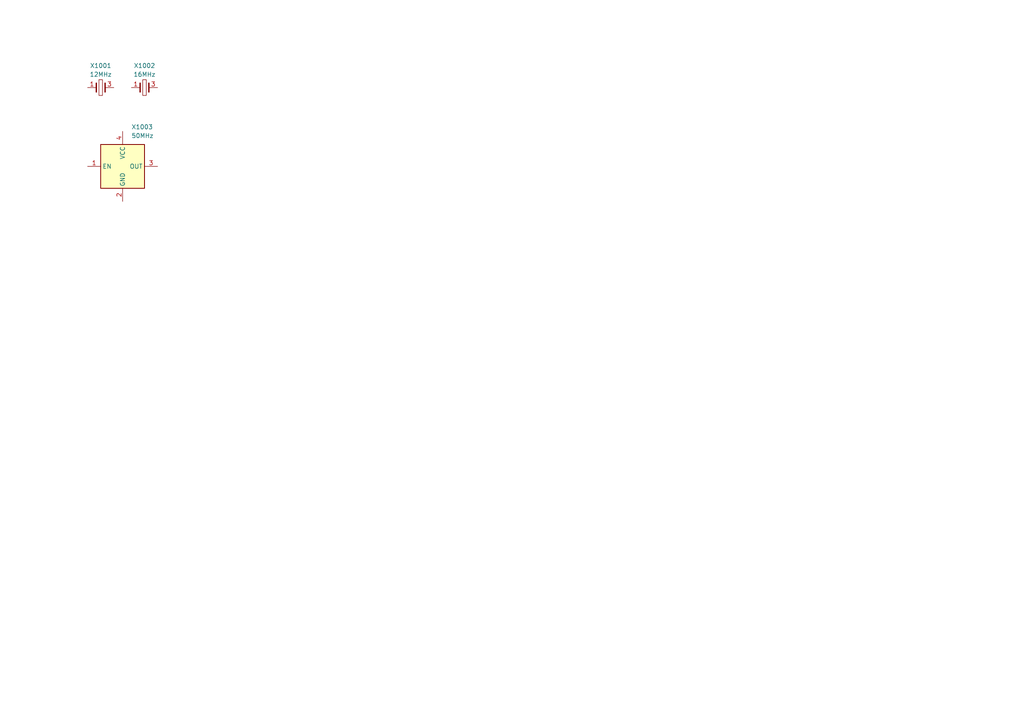
<source format=kicad_sch>
(kicad_sch
	(version 20250114)
	(generator "eeschema")
	(generator_version "9.0")
	(uuid "e63e39d7-6ac0-4ffd-8aa3-1841a4541b55")
	(paper "A4")
	(title_block
		(title "Project name")
		(date "2025-05-26")
		(rev "1")
		(comment 1 "PCA number")
		(comment 2 "PCB number")
	)
	(lib_symbols
		(symbol "lily_symbols:crystal_12MHz_20ppm_8pF_3225"
			(exclude_from_sim no)
			(in_bom yes)
			(on_board yes)
			(property "Reference" "X"
				(at 3.81 6.35 0)
				(effects
					(font
						(size 1.27 1.27)
					)
				)
			)
			(property "Value" "12MHz"
				(at 3.81 3.81 0)
				(effects
					(font
						(size 1.27 1.27)
					)
				)
			)
			(property "Footprint" "lily_footprints:crystal_3225"
				(at 3.81 -10.16 0)
				(effects
					(font
						(size 1.27 1.27)
					)
					(hide yes)
				)
			)
			(property "Datasheet" "https://lilytronics.github.io/lily_kicad_lib/datasheets/seiko_epson/FA-238.pdf"
				(at 3.81 -22.86 0)
				(effects
					(font
						(size 1.27 1.27)
					)
					(hide yes)
				)
			)
			(property "Description" ""
				(at 0 0 0)
				(effects
					(font
						(size 1.27 1.27)
					)
					(hide yes)
				)
			)
			(property "Revision" "1"
				(at 3.81 -5.08 0)
				(effects
					(font
						(size 1.27 1.27)
					)
					(hide yes)
				)
			)
			(property "Status" "Active"
				(at 3.81 -7.62 0)
				(effects
					(font
						(size 1.27 1.27)
					)
					(hide yes)
				)
			)
			(property "Manufacturer" "Seiko Epson"
				(at 3.81 -12.7 0)
				(effects
					(font
						(size 1.27 1.27)
					)
					(hide yes)
				)
			)
			(property "Manufacturer_ID" "Q22FA23V00285"
				(at 3.81 -15.24 0)
				(effects
					(font
						(size 1.27 1.27)
					)
					(hide yes)
				)
			)
			(property "Lily_ID" "NO_ID"
				(at 3.175 -17.78 0)
				(effects
					(font
						(size 1.27 1.27)
					)
					(hide yes)
				)
			)
			(property "JLCPCB_ID" "C255902"
				(at 3.81 -20.32 0)
				(effects
					(font
						(size 1.27 1.27)
					)
					(hide yes)
				)
			)
			(symbol "crystal_12MHz_20ppm_8pF_3225_0_1"
				(polyline
					(pts
						(xy 2.54 1.27) (xy 2.54 -1.27)
					)
					(stroke
						(width 0.381)
						(type default)
					)
					(fill
						(type none)
					)
				)
				(rectangle
					(start 3.302 2.286)
					(end 4.318 -2.286)
					(stroke
						(width 0)
						(type default)
					)
					(fill
						(type none)
					)
				)
				(polyline
					(pts
						(xy 5.08 1.27) (xy 5.08 -1.27)
					)
					(stroke
						(width 0.381)
						(type default)
					)
					(fill
						(type none)
					)
				)
			)
			(symbol "crystal_12MHz_20ppm_8pF_3225_1_1"
				(pin passive line
					(at 0 0 0)
					(length 2.54)
					(name ""
						(effects
							(font
								(size 1.27 1.27)
							)
						)
					)
					(number "1"
						(effects
							(font
								(size 1.27 1.27)
							)
						)
					)
				)
				(pin no_connect line
					(at 0 -2.54 0)
					(length 2.54)
					(hide yes)
					(name ""
						(effects
							(font
								(size 1.27 1.27)
							)
						)
					)
					(number "2"
						(effects
							(font
								(size 1.27 1.27)
							)
						)
					)
				)
				(pin passive line
					(at 7.62 0 180)
					(length 2.54)
					(name ""
						(effects
							(font
								(size 1.27 1.27)
							)
						)
					)
					(number "3"
						(effects
							(font
								(size 1.27 1.27)
							)
						)
					)
				)
				(pin no_connect line
					(at 7.62 -2.54 180)
					(length 2.54)
					(hide yes)
					(name ""
						(effects
							(font
								(size 1.27 1.27)
							)
						)
					)
					(number "4"
						(effects
							(font
								(size 1.27 1.27)
							)
						)
					)
				)
			)
			(embedded_fonts no)
		)
		(symbol "lily_symbols:crystal_16MHz_12pF_10ppm_20ppm_3225"
			(exclude_from_sim no)
			(in_bom yes)
			(on_board yes)
			(property "Reference" "X"
				(at 3.81 6.35 0)
				(effects
					(font
						(size 1.27 1.27)
					)
				)
			)
			(property "Value" "16MHz"
				(at 3.81 3.81 0)
				(effects
					(font
						(size 1.27 1.27)
					)
				)
			)
			(property "Footprint" "lily_footprints:crystal_3225"
				(at 3.81 -10.16 0)
				(effects
					(font
						(size 1.27 1.27)
					)
					(hide yes)
				)
			)
			(property "Datasheet" "https://lilytronics.github.io/lily_kicad_lib/datasheets/seiko_epson/TSX-3225_X1E0000210119.pdf"
				(at 3.81 -22.86 0)
				(effects
					(font
						(size 1.27 1.27)
					)
					(hide yes)
				)
			)
			(property "Description" ""
				(at 0 0 0)
				(effects
					(font
						(size 1.27 1.27)
					)
					(hide yes)
				)
			)
			(property "Revision" "1"
				(at 3.81 -5.08 0)
				(effects
					(font
						(size 1.27 1.27)
					)
					(hide yes)
				)
			)
			(property "Status" "Active"
				(at 3.81 -7.62 0)
				(effects
					(font
						(size 1.27 1.27)
					)
					(hide yes)
				)
			)
			(property "Manufacturer" "Seiko Epson"
				(at 3.81 -12.7 0)
				(effects
					(font
						(size 1.27 1.27)
					)
					(hide yes)
				)
			)
			(property "Manufacturer_ID" "X1E0000210119"
				(at 3.81 -15.24 0)
				(effects
					(font
						(size 1.27 1.27)
					)
					(hide yes)
				)
			)
			(property "Lily_ID" "NO_ID"
				(at 3.81 -17.78 0)
				(effects
					(font
						(size 1.27 1.27)
					)
					(hide yes)
				)
			)
			(property "JLCPCB_ID" "C89371"
				(at 3.81 -20.32 0)
				(effects
					(font
						(size 1.27 1.27)
					)
					(hide yes)
				)
			)
			(symbol "crystal_16MHz_12pF_10ppm_20ppm_3225_0_1"
				(polyline
					(pts
						(xy 2.54 1.27) (xy 2.54 -1.27)
					)
					(stroke
						(width 0.381)
						(type default)
					)
					(fill
						(type none)
					)
				)
				(rectangle
					(start 3.302 2.286)
					(end 4.318 -2.286)
					(stroke
						(width 0)
						(type default)
					)
					(fill
						(type none)
					)
				)
				(polyline
					(pts
						(xy 5.08 1.27) (xy 5.08 -1.27)
					)
					(stroke
						(width 0.381)
						(type default)
					)
					(fill
						(type none)
					)
				)
			)
			(symbol "crystal_16MHz_12pF_10ppm_20ppm_3225_1_1"
				(pin passive line
					(at 0 0 0)
					(length 2.54)
					(name ""
						(effects
							(font
								(size 1.27 1.27)
							)
						)
					)
					(number "1"
						(effects
							(font
								(size 1.27 1.27)
							)
						)
					)
				)
				(pin no_connect line
					(at 0 -2.54 0)
					(length 2.54)
					(hide yes)
					(name ""
						(effects
							(font
								(size 1.27 1.27)
							)
						)
					)
					(number "2"
						(effects
							(font
								(size 1.27 1.27)
							)
						)
					)
				)
				(pin passive line
					(at 7.62 0 180)
					(length 2.54)
					(name ""
						(effects
							(font
								(size 1.27 1.27)
							)
						)
					)
					(number "3"
						(effects
							(font
								(size 1.27 1.27)
							)
						)
					)
				)
				(pin no_connect line
					(at 7.62 -2.54 180)
					(length 2.54)
					(hide yes)
					(name ""
						(effects
							(font
								(size 1.27 1.27)
							)
						)
					)
					(number "4"
						(effects
							(font
								(size 1.27 1.27)
							)
						)
					)
				)
			)
			(embedded_fonts no)
		)
		(symbol "lily_symbols:crystal_osc_50MHz_20ppm_3225"
			(exclude_from_sim no)
			(in_bom yes)
			(on_board yes)
			(property "Reference" "X"
				(at 12.7 11.43 0)
				(effects
					(font
						(size 1.27 1.27)
					)
					(justify left)
				)
			)
			(property "Value" "50MHz"
				(at 12.7 8.89 0)
				(effects
					(font
						(size 1.27 1.27)
					)
					(justify left)
				)
			)
			(property "Footprint" "lily_footprints:crystal_3225"
				(at 10.16 -27.94 0)
				(effects
					(font
						(size 1.27 1.27)
					)
					(hide yes)
				)
			)
			(property "Datasheet" "https://lilytronics.github.io/lily_kicad_lib/datasheets/seiko_epson/SG3225CAN_X1G0059610010.pdf"
				(at 10.16 -40.64 0)
				(effects
					(font
						(size 1.27 1.27)
					)
					(hide yes)
				)
			)
			(property "Description" ""
				(at 0 0 0)
				(effects
					(font
						(size 1.27 1.27)
					)
					(hide yes)
				)
			)
			(property "Revision" "1"
				(at 10.16 -22.86 0)
				(effects
					(font
						(size 1.27 1.27)
					)
					(hide yes)
				)
			)
			(property "Status" "Active"
				(at 10.16 -25.4 0)
				(effects
					(font
						(size 1.27 1.27)
					)
					(hide yes)
				)
			)
			(property "Manufacturer" "Seiko Epson"
				(at 10.16 -30.48 0)
				(effects
					(font
						(size 1.27 1.27)
					)
					(hide yes)
				)
			)
			(property "Manufacturer_ID" "X1G0059610010"
				(at 10.16 -33.02 0)
				(effects
					(font
						(size 1.27 1.27)
					)
					(hide yes)
				)
			)
			(property "Lily_ID" "NO_ID"
				(at 10.16 -35.56 0)
				(effects
					(font
						(size 1.27 1.27)
					)
					(hide yes)
				)
			)
			(property "JLCPCB_ID" "C7472818"
				(at 10.16 -38.1 0)
				(effects
					(font
						(size 1.27 1.27)
					)
					(hide yes)
				)
			)
			(symbol "crystal_osc_50MHz_20ppm_3225_0_1"
				(rectangle
					(start 3.81 6.35)
					(end 16.51 -6.35)
					(stroke
						(width 0.254)
						(type default)
					)
					(fill
						(type background)
					)
				)
			)
			(symbol "crystal_osc_50MHz_20ppm_3225_1_1"
				(pin input line
					(at 0 0 0)
					(length 3.81)
					(name "EN"
						(effects
							(font
								(size 1.27 1.27)
							)
						)
					)
					(number "1"
						(effects
							(font
								(size 1.27 1.27)
							)
						)
					)
				)
				(pin power_in line
					(at 10.16 10.16 270)
					(length 3.81)
					(name "VCC"
						(effects
							(font
								(size 1.27 1.27)
							)
						)
					)
					(number "4"
						(effects
							(font
								(size 1.27 1.27)
							)
						)
					)
				)
				(pin power_in line
					(at 10.16 -10.16 90)
					(length 3.81)
					(name "GND"
						(effects
							(font
								(size 1.27 1.27)
							)
						)
					)
					(number "2"
						(effects
							(font
								(size 1.27 1.27)
							)
						)
					)
				)
				(pin output line
					(at 20.32 0 180)
					(length 3.81)
					(name "OUT"
						(effects
							(font
								(size 1.27 1.27)
							)
						)
					)
					(number "3"
						(effects
							(font
								(size 1.27 1.27)
							)
						)
					)
				)
			)
			(embedded_fonts no)
		)
	)
	(symbol
		(lib_id "lily_symbols:crystal_osc_50MHz_20ppm_3225")
		(at 25.4 48.26 0)
		(unit 1)
		(exclude_from_sim no)
		(in_bom yes)
		(on_board yes)
		(dnp no)
		(uuid "2c4002eb-162e-4c66-b0ac-4975685255ea")
		(property "Reference" "X1003"
			(at 38.1 36.83 0)
			(effects
				(font
					(size 1.27 1.27)
				)
				(justify left)
			)
		)
		(property "Value" "50MHz"
			(at 38.1 39.37 0)
			(effects
				(font
					(size 1.27 1.27)
				)
				(justify left)
			)
		)
		(property "Footprint" "lily_footprints:crystal_3225"
			(at 35.56 76.2 0)
			(effects
				(font
					(size 1.27 1.27)
				)
				(hide yes)
			)
		)
		(property "Datasheet" "https://lilytronics.github.io/lily_kicad_lib/datasheets/seiko_epson/SG3225CAN_X1G0059610010.pdf"
			(at 35.56 88.9 0)
			(effects
				(font
					(size 1.27 1.27)
				)
				(hide yes)
			)
		)
		(property "Description" ""
			(at 25.4 48.26 0)
			(effects
				(font
					(size 1.27 1.27)
				)
				(hide yes)
			)
		)
		(property "Revision" "1"
			(at 35.56 71.12 0)
			(effects
				(font
					(size 1.27 1.27)
				)
				(hide yes)
			)
		)
		(property "Status" "Active"
			(at 35.56 73.66 0)
			(effects
				(font
					(size 1.27 1.27)
				)
				(hide yes)
			)
		)
		(property "Manufacturer" "Seiko Epson"
			(at 35.56 78.74 0)
			(effects
				(font
					(size 1.27 1.27)
				)
				(hide yes)
			)
		)
		(property "Manufacturer_ID" "X1G0059610010"
			(at 35.56 81.28 0)
			(effects
				(font
					(size 1.27 1.27)
				)
				(hide yes)
			)
		)
		(property "Lily_ID" "NO_ID"
			(at 35.56 83.82 0)
			(effects
				(font
					(size 1.27 1.27)
				)
				(hide yes)
			)
		)
		(property "JLCPCB_ID" "C7472818"
			(at 35.56 86.36 0)
			(effects
				(font
					(size 1.27 1.27)
				)
				(hide yes)
			)
		)
		(pin "4"
			(uuid "bddc842d-6a25-4109-9c18-741d1d8f6dbe")
		)
		(pin "1"
			(uuid "e20e1dc5-a199-4e20-924e-5f843e482f23")
		)
		(pin "2"
			(uuid "11207446-b5b6-4c1c-b4cd-8390fd628a4a")
		)
		(pin "3"
			(uuid "0eb8a567-0cd0-4cba-a6c5-d09accde62e3")
		)
		(instances
			(project ""
				(path "/e63e39d7-6ac0-4ffd-8aa3-1841a4541b55"
					(reference "X1003")
					(unit 1)
				)
			)
		)
	)
	(symbol
		(lib_id "lily_symbols:crystal_12MHz_20ppm_8pF_3225")
		(at 25.4 25.4 0)
		(unit 1)
		(exclude_from_sim no)
		(in_bom yes)
		(on_board yes)
		(dnp no)
		(uuid "b1677745-fecf-41cd-9f44-d3c40c734ffc")
		(property "Reference" "X1001"
			(at 29.21 19.05 0)
			(effects
				(font
					(size 1.27 1.27)
				)
			)
		)
		(property "Value" "12MHz"
			(at 29.21 21.59 0)
			(effects
				(font
					(size 1.27 1.27)
				)
			)
		)
		(property "Footprint" "lily_footprints:crystal_3225"
			(at 29.21 35.56 0)
			(effects
				(font
					(size 1.27 1.27)
				)
				(hide yes)
			)
		)
		(property "Datasheet" "https://lilytronics.github.io/lily_kicad_lib/datasheets/seiko_epson/FA-238.pdf"
			(at 29.21 48.26 0)
			(effects
				(font
					(size 1.27 1.27)
				)
				(hide yes)
			)
		)
		(property "Description" ""
			(at 25.4 25.4 0)
			(effects
				(font
					(size 1.27 1.27)
				)
				(hide yes)
			)
		)
		(property "Revision" "1"
			(at 29.21 30.48 0)
			(effects
				(font
					(size 1.27 1.27)
				)
				(hide yes)
			)
		)
		(property "Status" "Active"
			(at 29.21 33.02 0)
			(effects
				(font
					(size 1.27 1.27)
				)
				(hide yes)
			)
		)
		(property "Manufacturer" "Seiko Epson"
			(at 29.21 38.1 0)
			(effects
				(font
					(size 1.27 1.27)
				)
				(hide yes)
			)
		)
		(property "Manufacturer_ID" "Q22FA23V00285"
			(at 29.21 40.64 0)
			(effects
				(font
					(size 1.27 1.27)
				)
				(hide yes)
			)
		)
		(property "Lily_ID" "NO_ID"
			(at 28.575 43.18 0)
			(effects
				(font
					(size 1.27 1.27)
				)
				(hide yes)
			)
		)
		(property "JLCPCB_ID" "C255902"
			(at 29.21 45.72 0)
			(effects
				(font
					(size 1.27 1.27)
				)
				(hide yes)
			)
		)
		(pin "3"
			(uuid "3ca58774-4f1d-43d2-ae3e-292920878e04")
		)
		(pin "1"
			(uuid "8f6673ea-6b00-4bf0-8daf-c95fe3028613")
		)
		(pin "4"
			(uuid "7a06f942-e80e-441b-951f-5cda7535f569")
		)
		(pin "2"
			(uuid "e367689c-7fec-40bb-8191-56f039e43343")
		)
		(instances
			(project ""
				(path "/e63e39d7-6ac0-4ffd-8aa3-1841a4541b55"
					(reference "X1001")
					(unit 1)
				)
			)
		)
	)
	(symbol
		(lib_id "lily_symbols:crystal_16MHz_12pF_10ppm_20ppm_3225")
		(at 38.1 25.4 0)
		(unit 1)
		(exclude_from_sim no)
		(in_bom yes)
		(on_board yes)
		(dnp no)
		(uuid "dea403fc-dd90-4e99-8ebe-b6b696e89e83")
		(property "Reference" "X1002"
			(at 41.91 19.05 0)
			(effects
				(font
					(size 1.27 1.27)
				)
			)
		)
		(property "Value" "16MHz"
			(at 41.91 21.59 0)
			(effects
				(font
					(size 1.27 1.27)
				)
			)
		)
		(property "Footprint" "lily_footprints:crystal_3225"
			(at 41.91 35.56 0)
			(effects
				(font
					(size 1.27 1.27)
				)
				(hide yes)
			)
		)
		(property "Datasheet" "https://lilytronics.github.io/lily_kicad_lib/datasheets/seiko_epson/TSX-3225_X1E0000210119.pdf"
			(at 41.91 48.26 0)
			(effects
				(font
					(size 1.27 1.27)
				)
				(hide yes)
			)
		)
		(property "Description" ""
			(at 38.1 25.4 0)
			(effects
				(font
					(size 1.27 1.27)
				)
				(hide yes)
			)
		)
		(property "Revision" "1"
			(at 41.91 30.48 0)
			(effects
				(font
					(size 1.27 1.27)
				)
				(hide yes)
			)
		)
		(property "Status" "Active"
			(at 41.91 33.02 0)
			(effects
				(font
					(size 1.27 1.27)
				)
				(hide yes)
			)
		)
		(property "Manufacturer" "Seiko Epson"
			(at 41.91 38.1 0)
			(effects
				(font
					(size 1.27 1.27)
				)
				(hide yes)
			)
		)
		(property "Manufacturer_ID" "X1E0000210119"
			(at 41.91 40.64 0)
			(effects
				(font
					(size 1.27 1.27)
				)
				(hide yes)
			)
		)
		(property "Lily_ID" "NO_ID"
			(at 41.91 43.18 0)
			(effects
				(font
					(size 1.27 1.27)
				)
				(hide yes)
			)
		)
		(property "JLCPCB_ID" "C89371"
			(at 41.91 45.72 0)
			(effects
				(font
					(size 1.27 1.27)
				)
				(hide yes)
			)
		)
		(pin "3"
			(uuid "9980140a-f967-4146-b826-8bb34c17283a")
		)
		(pin "4"
			(uuid "0a9be2d4-8f2c-4ad4-bea0-8f8e7a7d9094")
		)
		(pin "1"
			(uuid "05d81fa6-d03f-4cf0-8118-f96cb3d50f44")
		)
		(pin "2"
			(uuid "27579dc5-8ab7-4f1f-bafc-1b9f08c83782")
		)
		(instances
			(project ""
				(path "/e63e39d7-6ac0-4ffd-8aa3-1841a4541b55"
					(reference "X1002")
					(unit 1)
				)
			)
		)
	)
	(sheet_instances
		(path "/"
			(page "1")
		)
	)
	(embedded_fonts no)
)

</source>
